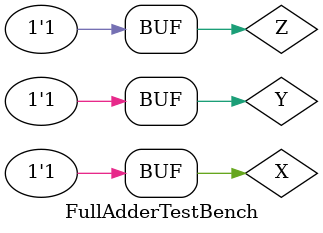
<source format=v>
`timescale 1ns / 1ps


module FullAdderTestBench(

    );
    //Again just standard stuff of defining my registers as my inputs and wires as my outputs
    reg X;
    reg Y;
    reg Z;
    wire S;
    wire C;
    //Instantiate the full adder
    //In the parenthesis is from the current file
    //Next to the period is from the referenced file
    FullAdder dut(.X(X),.Y(Y),.Z(Z),.S(S),.C(C));
    //Have 3 inputs therefore 8 test cases from 2^3
    initial begin
    X=0;
    Y=0;
    Z=0;
    #10;
    X=0;
    Y=0;
    Z=1;
    #10;
    X=0;
    Y=1;
    Z=0;
    #10;
    X=0;
    Y=1;
    Z=1;
    #10;
    X=1;
    Y=0;
    Z=0;
    #10;
    X=1;
    Y=0;
    Z=1;
    #10;
    X=1;
    Y=1;
    Z=0;
    #10;
    X=1;
    Y=1;
    Z=1;
    end
endmodule

</source>
